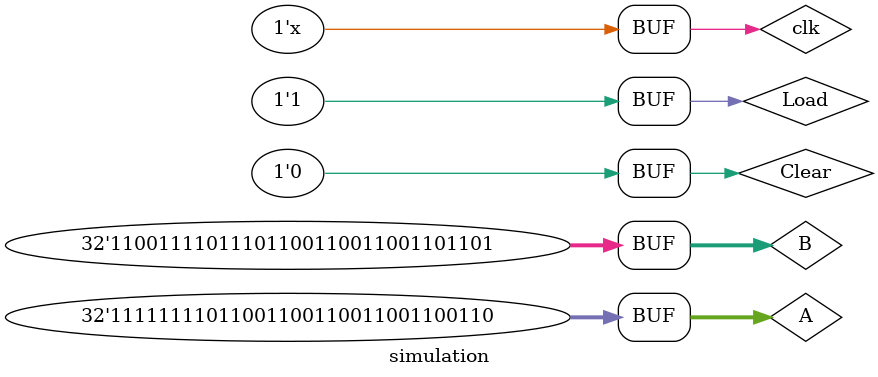
<source format=v>
`timescale 1ns / 1ps

module simulation(
    );
    
    reg Clear;
	reg Load;
	reg clk;
	reg [31:0] A = 0;
	reg [31:0] B = 0;
	wire [31:0] Rez;
    pipeline pipe(Clear, Load, clk, A, B, Rez);

	initial begin
		
		Clear = 0;
		Load = 0;
		clk = 0;
		
		#50
		Load = 1;
		A = 32'b00110010100010100011110101110001; 
		B = 32'b00001111000000000000000000000000; 
		
		#50
		Load = 1;
		A = 32'b00111111000110011111100110011010; 
		B = 32'b101111011100110011110110011001101; 
		
		#50
		A = 32'b11111111011001100110011001100110; 
		B = 32'b11001111011101100110011001101101; 
 
	end
	always 
	
		 #25 clk = ~clk;
	  
endmodule


</source>
